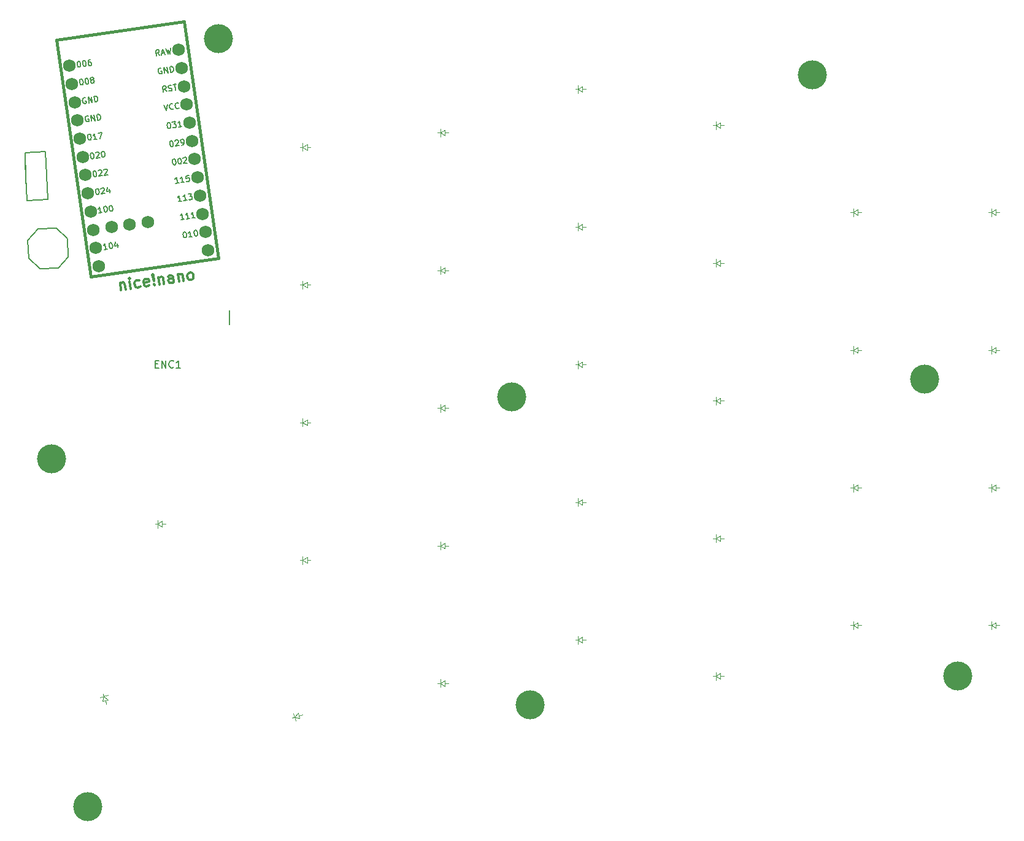
<source format=gbr>
%TF.GenerationSoftware,KiCad,Pcbnew,8.0.8*%
%TF.CreationDate,2025-02-23T20:19:19+00:00*%
%TF.ProjectId,right_final,72696768-745f-4666-996e-616c2e6b6963,v1.0.0*%
%TF.SameCoordinates,Original*%
%TF.FileFunction,Legend,Top*%
%TF.FilePolarity,Positive*%
%FSLAX46Y46*%
G04 Gerber Fmt 4.6, Leading zero omitted, Abs format (unit mm)*
G04 Created by KiCad (PCBNEW 8.0.8) date 2025-02-23 20:19:19*
%MOMM*%
%LPD*%
G01*
G04 APERTURE LIST*
%ADD10C,0.150000*%
%ADD11C,0.300000*%
%ADD12C,0.381000*%
%ADD13C,0.200000*%
%ADD14C,0.100000*%
%ADD15C,1.752600*%
%ADD16C,4.000000*%
G04 APERTURE END LIST*
D10*
X154637741Y-103115946D02*
X154318874Y-102777478D01*
X154185386Y-103181937D02*
X154069901Y-102390316D01*
X154069901Y-102390316D02*
X154371471Y-102346322D01*
X154371471Y-102346322D02*
X154452363Y-102373020D01*
X154452363Y-102373020D02*
X154495558Y-102405217D01*
X154495558Y-102405217D02*
X154544253Y-102475110D01*
X154544253Y-102475110D02*
X154560751Y-102588199D01*
X154560751Y-102588199D02*
X154534053Y-102669090D01*
X154534053Y-102669090D02*
X154501856Y-102712286D01*
X154501856Y-102712286D02*
X154431963Y-102760981D01*
X154431963Y-102760981D02*
X154130393Y-102804975D01*
X154906315Y-102845774D02*
X155283277Y-102790781D01*
X154863918Y-103082950D02*
X155012307Y-102252834D01*
X155012307Y-102252834D02*
X155391665Y-103005960D01*
X155464661Y-102186843D02*
X155768627Y-102950967D01*
X155768627Y-102950967D02*
X155836923Y-102363527D01*
X155836923Y-102363527D02*
X156070197Y-102906973D01*
X156070197Y-102906973D02*
X156143193Y-102087856D01*
X154819027Y-104886415D02*
X154738136Y-104859717D01*
X154738136Y-104859717D02*
X154625047Y-104876215D01*
X154625047Y-104876215D02*
X154517458Y-104930409D01*
X154517458Y-104930409D02*
X154453064Y-105016800D01*
X154453064Y-105016800D02*
X154426366Y-105097692D01*
X154426366Y-105097692D02*
X154410667Y-105253976D01*
X154410667Y-105253976D02*
X154427165Y-105367065D01*
X154427165Y-105367065D02*
X154486858Y-105512350D01*
X154486858Y-105512350D02*
X154535553Y-105582244D01*
X154535553Y-105582244D02*
X154621944Y-105646637D01*
X154621944Y-105646637D02*
X154740532Y-105667836D01*
X154740532Y-105667836D02*
X154815924Y-105656837D01*
X154815924Y-105656837D02*
X154923514Y-105602643D01*
X154923514Y-105602643D02*
X154955711Y-105559448D01*
X154955711Y-105559448D02*
X154917216Y-105295574D01*
X154917216Y-105295574D02*
X154766431Y-105317571D01*
X155305975Y-105585347D02*
X155190490Y-104793726D01*
X155190490Y-104793726D02*
X155758330Y-105519355D01*
X155758330Y-105519355D02*
X155642845Y-104727735D01*
X156135292Y-105464362D02*
X156019807Y-104672742D01*
X156019807Y-104672742D02*
X156208288Y-104645245D01*
X156208288Y-104645245D02*
X156326876Y-104666444D01*
X156326876Y-104666444D02*
X156413267Y-104730838D01*
X156413267Y-104730838D02*
X156461962Y-104800731D01*
X156461962Y-104800731D02*
X156521655Y-104946016D01*
X156521655Y-104946016D02*
X156538153Y-105059105D01*
X156538153Y-105059105D02*
X156522454Y-105215389D01*
X156522454Y-105215389D02*
X156495756Y-105296281D01*
X156495756Y-105296281D02*
X156431362Y-105382672D01*
X156431362Y-105382672D02*
X156323773Y-105436866D01*
X156323773Y-105436866D02*
X156135292Y-105464362D01*
X155597247Y-108109741D02*
X155278380Y-107771273D01*
X155144892Y-108175732D02*
X155029407Y-107384111D01*
X155029407Y-107384111D02*
X155330977Y-107340117D01*
X155330977Y-107340117D02*
X155411869Y-107366815D01*
X155411869Y-107366815D02*
X155455064Y-107399012D01*
X155455064Y-107399012D02*
X155503759Y-107468905D01*
X155503759Y-107468905D02*
X155520257Y-107581994D01*
X155520257Y-107581994D02*
X155493559Y-107662885D01*
X155493559Y-107662885D02*
X155461362Y-107706081D01*
X155461362Y-107706081D02*
X155391469Y-107754776D01*
X155391469Y-107754776D02*
X155089899Y-107798770D01*
X155893317Y-108028050D02*
X156011905Y-108049249D01*
X156011905Y-108049249D02*
X156200386Y-108021752D01*
X156200386Y-108021752D02*
X156270279Y-107973057D01*
X156270279Y-107973057D02*
X156302476Y-107929862D01*
X156302476Y-107929862D02*
X156329174Y-107848970D01*
X156329174Y-107848970D02*
X156318176Y-107773578D01*
X156318176Y-107773578D02*
X156269481Y-107703685D01*
X156269481Y-107703685D02*
X156226285Y-107671488D01*
X156226285Y-107671488D02*
X156145394Y-107644790D01*
X156145394Y-107644790D02*
X155989109Y-107629091D01*
X155989109Y-107629091D02*
X155908218Y-107602393D01*
X155908218Y-107602393D02*
X155865022Y-107570196D01*
X155865022Y-107570196D02*
X155816327Y-107500303D01*
X155816327Y-107500303D02*
X155805329Y-107424911D01*
X155805329Y-107424911D02*
X155832026Y-107344019D01*
X155832026Y-107344019D02*
X155864223Y-107300823D01*
X155864223Y-107300823D02*
X155934116Y-107252129D01*
X155934116Y-107252129D02*
X156122598Y-107224632D01*
X156122598Y-107224632D02*
X156241186Y-107245831D01*
X156461864Y-107175139D02*
X156914218Y-107109147D01*
X156803526Y-107933764D02*
X156688041Y-107142143D01*
X155176162Y-109929588D02*
X155555521Y-110682714D01*
X155555521Y-110682714D02*
X155703909Y-109852598D01*
X156524623Y-110464340D02*
X156492427Y-110507536D01*
X156492427Y-110507536D02*
X156384837Y-110561730D01*
X156384837Y-110561730D02*
X156309445Y-110572728D01*
X156309445Y-110572728D02*
X156190857Y-110551530D01*
X156190857Y-110551530D02*
X156104466Y-110487136D01*
X156104466Y-110487136D02*
X156055771Y-110417243D01*
X156055771Y-110417243D02*
X155996078Y-110271957D01*
X155996078Y-110271957D02*
X155979580Y-110158869D01*
X155979580Y-110158869D02*
X155995279Y-110002584D01*
X155995279Y-110002584D02*
X156021976Y-109921693D01*
X156021976Y-109921693D02*
X156086370Y-109835302D01*
X156086370Y-109835302D02*
X156193960Y-109781108D01*
X156193960Y-109781108D02*
X156269352Y-109770109D01*
X156269352Y-109770109D02*
X156387940Y-109791307D01*
X156387940Y-109791307D02*
X156431136Y-109823504D01*
X157316244Y-110348855D02*
X157284047Y-110392051D01*
X157284047Y-110392051D02*
X157176458Y-110446245D01*
X157176458Y-110446245D02*
X157101065Y-110457243D01*
X157101065Y-110457243D02*
X156982477Y-110436045D01*
X156982477Y-110436045D02*
X156896086Y-110371651D01*
X156896086Y-110371651D02*
X156847392Y-110301758D01*
X156847392Y-110301758D02*
X156787698Y-110156472D01*
X156787698Y-110156472D02*
X156771200Y-110043384D01*
X156771200Y-110043384D02*
X156786899Y-109887099D01*
X156786899Y-109887099D02*
X156813597Y-109806208D01*
X156813597Y-109806208D02*
X156877991Y-109719817D01*
X156877991Y-109719817D02*
X156985580Y-109665623D01*
X156985580Y-109665623D02*
X157060973Y-109654624D01*
X157060973Y-109654624D02*
X157179561Y-109675822D01*
X157179561Y-109675822D02*
X157222756Y-109708019D01*
X155806701Y-112404489D02*
X155882093Y-112393491D01*
X155882093Y-112393491D02*
X155962985Y-112420188D01*
X155962985Y-112420188D02*
X156006180Y-112452385D01*
X156006180Y-112452385D02*
X156054875Y-112522278D01*
X156054875Y-112522278D02*
X156114568Y-112667564D01*
X156114568Y-112667564D02*
X156142065Y-112856045D01*
X156142065Y-112856045D02*
X156126366Y-113012329D01*
X156126366Y-113012329D02*
X156099668Y-113093221D01*
X156099668Y-113093221D02*
X156067471Y-113136417D01*
X156067471Y-113136417D02*
X155997578Y-113185111D01*
X155997578Y-113185111D02*
X155922186Y-113196110D01*
X155922186Y-113196110D02*
X155841294Y-113169412D01*
X155841294Y-113169412D02*
X155798098Y-113137215D01*
X155798098Y-113137215D02*
X155749404Y-113067322D01*
X155749404Y-113067322D02*
X155689710Y-112922037D01*
X155689710Y-112922037D02*
X155662214Y-112733555D01*
X155662214Y-112733555D02*
X155677913Y-112577271D01*
X155677913Y-112577271D02*
X155704611Y-112496380D01*
X155704611Y-112496380D02*
X155736807Y-112453184D01*
X155736807Y-112453184D02*
X155806701Y-112404489D01*
X156334448Y-112327499D02*
X156824499Y-112256009D01*
X156824499Y-112256009D02*
X156604620Y-112596073D01*
X156604620Y-112596073D02*
X156717708Y-112579575D01*
X156717708Y-112579575D02*
X156798600Y-112606273D01*
X156798600Y-112606273D02*
X156841795Y-112638470D01*
X156841795Y-112638470D02*
X156890490Y-112708363D01*
X156890490Y-112708363D02*
X156917987Y-112896844D01*
X156917987Y-112896844D02*
X156891289Y-112977736D01*
X156891289Y-112977736D02*
X156859092Y-113020932D01*
X156859092Y-113020932D02*
X156789199Y-113069626D01*
X156789199Y-113069626D02*
X156563022Y-113102622D01*
X156563022Y-113102622D02*
X156482130Y-113075924D01*
X156482130Y-113075924D02*
X156438934Y-113043727D01*
X157693908Y-112937644D02*
X157241554Y-113003635D01*
X157467731Y-112970639D02*
X157352246Y-112179019D01*
X157352246Y-112179019D02*
X157293352Y-112303106D01*
X157293352Y-112303106D02*
X157228958Y-112389497D01*
X157228958Y-112389497D02*
X157159065Y-112438192D01*
X156173366Y-114917884D02*
X156248758Y-114906886D01*
X156248758Y-114906886D02*
X156329650Y-114933583D01*
X156329650Y-114933583D02*
X156372845Y-114965780D01*
X156372845Y-114965780D02*
X156421540Y-115035673D01*
X156421540Y-115035673D02*
X156481233Y-115180959D01*
X156481233Y-115180959D02*
X156508730Y-115369440D01*
X156508730Y-115369440D02*
X156493031Y-115525724D01*
X156493031Y-115525724D02*
X156466333Y-115606616D01*
X156466333Y-115606616D02*
X156434136Y-115649812D01*
X156434136Y-115649812D02*
X156364243Y-115698506D01*
X156364243Y-115698506D02*
X156288851Y-115709505D01*
X156288851Y-115709505D02*
X156207959Y-115682807D01*
X156207959Y-115682807D02*
X156164763Y-115650610D01*
X156164763Y-115650610D02*
X156116069Y-115580717D01*
X156116069Y-115580717D02*
X156056375Y-115435432D01*
X156056375Y-115435432D02*
X156028879Y-115246950D01*
X156028879Y-115246950D02*
X156044578Y-115090666D01*
X156044578Y-115090666D02*
X156071276Y-115009775D01*
X156071276Y-115009775D02*
X156103472Y-114966579D01*
X156103472Y-114966579D02*
X156173366Y-114917884D01*
X156749808Y-114910787D02*
X156782005Y-114867592D01*
X156782005Y-114867592D02*
X156851898Y-114818897D01*
X156851898Y-114818897D02*
X157040379Y-114791401D01*
X157040379Y-114791401D02*
X157121271Y-114818098D01*
X157121271Y-114818098D02*
X157164466Y-114850295D01*
X157164466Y-114850295D02*
X157213161Y-114920188D01*
X157213161Y-114920188D02*
X157224160Y-114995581D01*
X157224160Y-114995581D02*
X157202961Y-115114169D01*
X157202961Y-115114169D02*
X156816598Y-115632515D01*
X156816598Y-115632515D02*
X157306649Y-115561024D01*
X157683611Y-115506031D02*
X157834396Y-115484034D01*
X157834396Y-115484034D02*
X157904289Y-115435339D01*
X157904289Y-115435339D02*
X157936486Y-115392144D01*
X157936486Y-115392144D02*
X157995381Y-115268057D01*
X157995381Y-115268057D02*
X158011080Y-115111773D01*
X158011080Y-115111773D02*
X157967086Y-114810203D01*
X157967086Y-114810203D02*
X157918391Y-114740310D01*
X157918391Y-114740310D02*
X157875195Y-114708113D01*
X157875195Y-114708113D02*
X157794304Y-114681415D01*
X157794304Y-114681415D02*
X157643519Y-114703412D01*
X157643519Y-114703412D02*
X157573626Y-114752107D01*
X157573626Y-114752107D02*
X157541429Y-114795302D01*
X157541429Y-114795302D02*
X157514731Y-114876194D01*
X157514731Y-114876194D02*
X157542227Y-115064675D01*
X157542227Y-115064675D02*
X157590922Y-115134568D01*
X157590922Y-115134568D02*
X157634118Y-115166765D01*
X157634118Y-115166765D02*
X157715009Y-115193463D01*
X157715009Y-115193463D02*
X157865794Y-115171466D01*
X157865794Y-115171466D02*
X157935687Y-115122771D01*
X157935687Y-115122771D02*
X157967884Y-115079576D01*
X157967884Y-115079576D02*
X157994582Y-114998684D01*
X156540031Y-117431280D02*
X156615423Y-117420282D01*
X156615423Y-117420282D02*
X156696315Y-117446979D01*
X156696315Y-117446979D02*
X156739510Y-117479176D01*
X156739510Y-117479176D02*
X156788205Y-117549069D01*
X156788205Y-117549069D02*
X156847898Y-117694355D01*
X156847898Y-117694355D02*
X156875395Y-117882836D01*
X156875395Y-117882836D02*
X156859696Y-118039120D01*
X156859696Y-118039120D02*
X156832998Y-118120012D01*
X156832998Y-118120012D02*
X156800801Y-118163208D01*
X156800801Y-118163208D02*
X156730908Y-118211902D01*
X156730908Y-118211902D02*
X156655516Y-118222901D01*
X156655516Y-118222901D02*
X156574624Y-118196203D01*
X156574624Y-118196203D02*
X156531428Y-118164006D01*
X156531428Y-118164006D02*
X156482734Y-118094113D01*
X156482734Y-118094113D02*
X156423040Y-117948828D01*
X156423040Y-117948828D02*
X156395544Y-117760346D01*
X156395544Y-117760346D02*
X156411243Y-117604062D01*
X156411243Y-117604062D02*
X156437941Y-117523171D01*
X156437941Y-117523171D02*
X156470137Y-117479975D01*
X156470137Y-117479975D02*
X156540031Y-117431280D01*
X157293955Y-117321295D02*
X157369348Y-117310296D01*
X157369348Y-117310296D02*
X157450239Y-117336994D01*
X157450239Y-117336994D02*
X157493435Y-117369191D01*
X157493435Y-117369191D02*
X157542130Y-117439084D01*
X157542130Y-117439084D02*
X157601823Y-117584369D01*
X157601823Y-117584369D02*
X157629319Y-117772850D01*
X157629319Y-117772850D02*
X157613620Y-117929135D01*
X157613620Y-117929135D02*
X157586923Y-118010026D01*
X157586923Y-118010026D02*
X157554726Y-118053222D01*
X157554726Y-118053222D02*
X157484833Y-118101917D01*
X157484833Y-118101917D02*
X157409440Y-118112915D01*
X157409440Y-118112915D02*
X157328548Y-118086218D01*
X157328548Y-118086218D02*
X157285353Y-118054021D01*
X157285353Y-118054021D02*
X157236658Y-117984127D01*
X157236658Y-117984127D02*
X157176965Y-117838842D01*
X157176965Y-117838842D02*
X157149468Y-117650361D01*
X157149468Y-117650361D02*
X157165168Y-117494077D01*
X157165168Y-117494077D02*
X157191865Y-117413185D01*
X157191865Y-117413185D02*
X157224062Y-117369989D01*
X157224062Y-117369989D02*
X157293955Y-117321295D01*
X157870397Y-117314198D02*
X157902594Y-117271002D01*
X157902594Y-117271002D02*
X157972487Y-117222307D01*
X157972487Y-117222307D02*
X158160969Y-117194811D01*
X158160969Y-117194811D02*
X158241860Y-117221509D01*
X158241860Y-117221509D02*
X158285056Y-117253706D01*
X158285056Y-117253706D02*
X158333751Y-117323599D01*
X158333751Y-117323599D02*
X158344749Y-117398991D01*
X158344749Y-117398991D02*
X158323551Y-117517579D01*
X158323551Y-117517579D02*
X157937188Y-118035925D01*
X157937188Y-118035925D02*
X158427238Y-117964435D01*
X157286053Y-120697801D02*
X156833698Y-120763792D01*
X157059876Y-120730797D02*
X156944391Y-119939176D01*
X156944391Y-119939176D02*
X156885496Y-120063263D01*
X156885496Y-120063263D02*
X156821102Y-120149654D01*
X156821102Y-120149654D02*
X156751209Y-120198349D01*
X158039978Y-120587815D02*
X157587623Y-120653807D01*
X157813800Y-120620811D02*
X157698315Y-119829190D01*
X157698315Y-119829190D02*
X157639421Y-119953278D01*
X157639421Y-119953278D02*
X157575027Y-120039669D01*
X157575027Y-120039669D02*
X157505134Y-120088363D01*
X158640721Y-119691708D02*
X158263759Y-119746701D01*
X158263759Y-119746701D02*
X158281056Y-120129162D01*
X158281056Y-120129162D02*
X158313253Y-120085967D01*
X158313253Y-120085967D02*
X158383146Y-120037272D01*
X158383146Y-120037272D02*
X158571627Y-120009776D01*
X158571627Y-120009776D02*
X158652519Y-120036473D01*
X158652519Y-120036473D02*
X158695714Y-120068670D01*
X158695714Y-120068670D02*
X158744409Y-120138564D01*
X158744409Y-120138564D02*
X158771905Y-120327045D01*
X158771905Y-120327045D02*
X158745208Y-120407936D01*
X158745208Y-120407936D02*
X158713011Y-120451132D01*
X158713011Y-120451132D02*
X158643118Y-120499827D01*
X158643118Y-120499827D02*
X158454636Y-120527323D01*
X158454636Y-120527323D02*
X158373745Y-120500625D01*
X158373745Y-120500625D02*
X158330549Y-120468428D01*
X157652718Y-123211197D02*
X157200363Y-123277188D01*
X157426541Y-123244193D02*
X157311056Y-122452572D01*
X157311056Y-122452572D02*
X157252161Y-122576659D01*
X157252161Y-122576659D02*
X157187767Y-122663050D01*
X157187767Y-122663050D02*
X157117874Y-122711745D01*
X158406643Y-123101211D02*
X157954288Y-123167203D01*
X158180465Y-123134207D02*
X158064980Y-122342586D01*
X158064980Y-122342586D02*
X158006086Y-122466674D01*
X158006086Y-122466674D02*
X157941692Y-122553065D01*
X157941692Y-122553065D02*
X157871799Y-122601759D01*
X158555032Y-122271096D02*
X159045082Y-122199605D01*
X159045082Y-122199605D02*
X158825203Y-122539670D01*
X158825203Y-122539670D02*
X158938292Y-122523172D01*
X158938292Y-122523172D02*
X159019184Y-122549869D01*
X159019184Y-122549869D02*
X159062379Y-122582066D01*
X159062379Y-122582066D02*
X159111074Y-122651960D01*
X159111074Y-122651960D02*
X159138570Y-122840441D01*
X159138570Y-122840441D02*
X159111873Y-122921332D01*
X159111873Y-122921332D02*
X159079676Y-122964528D01*
X159079676Y-122964528D02*
X159009783Y-123013223D01*
X159009783Y-123013223D02*
X158783605Y-123046218D01*
X158783605Y-123046218D02*
X158702713Y-123019521D01*
X158702713Y-123019521D02*
X158659518Y-122987324D01*
X158019383Y-125724592D02*
X157567028Y-125790583D01*
X157793206Y-125757588D02*
X157677721Y-124965967D01*
X157677721Y-124965967D02*
X157618826Y-125090054D01*
X157618826Y-125090054D02*
X157554432Y-125176445D01*
X157554432Y-125176445D02*
X157484539Y-125225140D01*
X158773308Y-125614606D02*
X158320953Y-125680598D01*
X158547130Y-125647602D02*
X158431645Y-124855981D01*
X158431645Y-124855981D02*
X158372751Y-124980069D01*
X158372751Y-124980069D02*
X158308357Y-125066460D01*
X158308357Y-125066460D02*
X158238464Y-125115154D01*
X159527232Y-125504621D02*
X159074878Y-125570612D01*
X159301055Y-125537616D02*
X159185570Y-124745996D01*
X159185570Y-124745996D02*
X159126676Y-124870083D01*
X159126676Y-124870083D02*
X159062282Y-124956474D01*
X159062282Y-124956474D02*
X158992389Y-125005169D01*
X158006690Y-127484862D02*
X158082082Y-127473864D01*
X158082082Y-127473864D02*
X158162974Y-127500561D01*
X158162974Y-127500561D02*
X158206169Y-127532758D01*
X158206169Y-127532758D02*
X158254864Y-127602651D01*
X158254864Y-127602651D02*
X158314557Y-127747937D01*
X158314557Y-127747937D02*
X158342054Y-127936418D01*
X158342054Y-127936418D02*
X158326355Y-128092702D01*
X158326355Y-128092702D02*
X158299657Y-128173594D01*
X158299657Y-128173594D02*
X158267460Y-128216790D01*
X158267460Y-128216790D02*
X158197567Y-128265484D01*
X158197567Y-128265484D02*
X158122175Y-128276483D01*
X158122175Y-128276483D02*
X158041283Y-128249785D01*
X158041283Y-128249785D02*
X157998087Y-128217588D01*
X157998087Y-128217588D02*
X157949393Y-128147695D01*
X157949393Y-128147695D02*
X157889699Y-128002410D01*
X157889699Y-128002410D02*
X157862203Y-127813928D01*
X157862203Y-127813928D02*
X157877902Y-127657644D01*
X157877902Y-127657644D02*
X157904600Y-127576753D01*
X157904600Y-127576753D02*
X157936796Y-127533557D01*
X157936796Y-127533557D02*
X158006690Y-127484862D01*
X159139973Y-128128002D02*
X158687618Y-128193994D01*
X158913795Y-128160998D02*
X158798310Y-127369377D01*
X158798310Y-127369377D02*
X158739416Y-127493465D01*
X158739416Y-127493465D02*
X158675022Y-127579856D01*
X158675022Y-127579856D02*
X158605129Y-127628550D01*
X159514539Y-127264891D02*
X159589931Y-127253892D01*
X159589931Y-127253892D02*
X159670823Y-127280590D01*
X159670823Y-127280590D02*
X159714019Y-127312787D01*
X159714019Y-127312787D02*
X159762713Y-127382680D01*
X159762713Y-127382680D02*
X159822407Y-127527966D01*
X159822407Y-127527966D02*
X159849903Y-127716447D01*
X159849903Y-127716447D02*
X159834204Y-127872731D01*
X159834204Y-127872731D02*
X159807506Y-127953623D01*
X159807506Y-127953623D02*
X159775309Y-127996818D01*
X159775309Y-127996818D02*
X159705416Y-128045513D01*
X159705416Y-128045513D02*
X159630024Y-128056511D01*
X159630024Y-128056511D02*
X159549132Y-128029814D01*
X159549132Y-128029814D02*
X159505937Y-127997617D01*
X159505937Y-127997617D02*
X159457242Y-127927724D01*
X159457242Y-127927724D02*
X159397548Y-127782438D01*
X159397548Y-127782438D02*
X159370052Y-127593957D01*
X159370052Y-127593957D02*
X159385751Y-127437673D01*
X159385751Y-127437673D02*
X159412449Y-127356781D01*
X159412449Y-127356781D02*
X159444646Y-127313586D01*
X159444646Y-127313586D02*
X159514539Y-127264891D01*
X143381657Y-103949562D02*
X143457049Y-103938564D01*
X143457049Y-103938564D02*
X143537941Y-103965261D01*
X143537941Y-103965261D02*
X143581136Y-103997458D01*
X143581136Y-103997458D02*
X143629831Y-104067351D01*
X143629831Y-104067351D02*
X143689524Y-104212637D01*
X143689524Y-104212637D02*
X143717021Y-104401118D01*
X143717021Y-104401118D02*
X143701322Y-104557402D01*
X143701322Y-104557402D02*
X143674624Y-104638294D01*
X143674624Y-104638294D02*
X143642427Y-104681490D01*
X143642427Y-104681490D02*
X143572534Y-104730184D01*
X143572534Y-104730184D02*
X143497142Y-104741183D01*
X143497142Y-104741183D02*
X143416250Y-104714485D01*
X143416250Y-104714485D02*
X143373054Y-104682288D01*
X143373054Y-104682288D02*
X143324360Y-104612395D01*
X143324360Y-104612395D02*
X143264666Y-104467110D01*
X143264666Y-104467110D02*
X143237170Y-104278628D01*
X143237170Y-104278628D02*
X143252869Y-104122344D01*
X143252869Y-104122344D02*
X143279567Y-104041453D01*
X143279567Y-104041453D02*
X143311763Y-103998257D01*
X143311763Y-103998257D02*
X143381657Y-103949562D01*
X144135581Y-103839577D02*
X144210974Y-103828578D01*
X144210974Y-103828578D02*
X144291865Y-103855276D01*
X144291865Y-103855276D02*
X144335061Y-103887473D01*
X144335061Y-103887473D02*
X144383756Y-103957366D01*
X144383756Y-103957366D02*
X144443449Y-104102651D01*
X144443449Y-104102651D02*
X144470945Y-104291132D01*
X144470945Y-104291132D02*
X144455246Y-104447417D01*
X144455246Y-104447417D02*
X144428549Y-104528308D01*
X144428549Y-104528308D02*
X144396352Y-104571504D01*
X144396352Y-104571504D02*
X144326459Y-104620199D01*
X144326459Y-104620199D02*
X144251066Y-104631197D01*
X144251066Y-104631197D02*
X144170174Y-104604500D01*
X144170174Y-104604500D02*
X144126979Y-104572303D01*
X144126979Y-104572303D02*
X144078284Y-104502409D01*
X144078284Y-104502409D02*
X144018591Y-104357124D01*
X144018591Y-104357124D02*
X143991094Y-104168643D01*
X143991094Y-104168643D02*
X144006794Y-104012359D01*
X144006794Y-104012359D02*
X144033491Y-103931467D01*
X144033491Y-103931467D02*
X144065688Y-103888271D01*
X144065688Y-103888271D02*
X144135581Y-103839577D01*
X145077987Y-103702094D02*
X144927202Y-103724092D01*
X144927202Y-103724092D02*
X144857309Y-103772786D01*
X144857309Y-103772786D02*
X144825112Y-103815982D01*
X144825112Y-103815982D02*
X144766217Y-103940069D01*
X144766217Y-103940069D02*
X144750518Y-104096353D01*
X144750518Y-104096353D02*
X144794513Y-104397923D01*
X144794513Y-104397923D02*
X144843207Y-104467816D01*
X144843207Y-104467816D02*
X144886403Y-104500013D01*
X144886403Y-104500013D02*
X144967295Y-104526711D01*
X144967295Y-104526711D02*
X145118080Y-104504714D01*
X145118080Y-104504714D02*
X145187973Y-104456019D01*
X145187973Y-104456019D02*
X145220170Y-104412823D01*
X145220170Y-104412823D02*
X145246867Y-104331932D01*
X145246867Y-104331932D02*
X145219371Y-104143451D01*
X145219371Y-104143451D02*
X145170676Y-104073557D01*
X145170676Y-104073557D02*
X145127481Y-104041360D01*
X145127481Y-104041360D02*
X145046589Y-104014663D01*
X145046589Y-104014663D02*
X144895804Y-104036660D01*
X144895804Y-104036660D02*
X144825911Y-104085355D01*
X144825911Y-104085355D02*
X144793714Y-104128550D01*
X144793714Y-104128550D02*
X144767016Y-104209442D01*
X143738216Y-106393691D02*
X143813608Y-106382693D01*
X143813608Y-106382693D02*
X143894500Y-106409390D01*
X143894500Y-106409390D02*
X143937695Y-106441587D01*
X143937695Y-106441587D02*
X143986390Y-106511480D01*
X143986390Y-106511480D02*
X144046083Y-106656766D01*
X144046083Y-106656766D02*
X144073580Y-106845247D01*
X144073580Y-106845247D02*
X144057881Y-107001531D01*
X144057881Y-107001531D02*
X144031183Y-107082423D01*
X144031183Y-107082423D02*
X143998986Y-107125619D01*
X143998986Y-107125619D02*
X143929093Y-107174313D01*
X143929093Y-107174313D02*
X143853701Y-107185312D01*
X143853701Y-107185312D02*
X143772809Y-107158614D01*
X143772809Y-107158614D02*
X143729613Y-107126417D01*
X143729613Y-107126417D02*
X143680919Y-107056524D01*
X143680919Y-107056524D02*
X143621225Y-106911239D01*
X143621225Y-106911239D02*
X143593729Y-106722757D01*
X143593729Y-106722757D02*
X143609428Y-106566473D01*
X143609428Y-106566473D02*
X143636126Y-106485582D01*
X143636126Y-106485582D02*
X143668322Y-106442386D01*
X143668322Y-106442386D02*
X143738216Y-106393691D01*
X144492140Y-106283706D02*
X144567533Y-106272707D01*
X144567533Y-106272707D02*
X144648424Y-106299405D01*
X144648424Y-106299405D02*
X144691620Y-106331602D01*
X144691620Y-106331602D02*
X144740315Y-106401495D01*
X144740315Y-106401495D02*
X144800008Y-106546780D01*
X144800008Y-106546780D02*
X144827504Y-106735261D01*
X144827504Y-106735261D02*
X144811805Y-106891546D01*
X144811805Y-106891546D02*
X144785108Y-106972437D01*
X144785108Y-106972437D02*
X144752911Y-107015633D01*
X144752911Y-107015633D02*
X144683018Y-107064328D01*
X144683018Y-107064328D02*
X144607625Y-107075326D01*
X144607625Y-107075326D02*
X144526733Y-107048629D01*
X144526733Y-107048629D02*
X144483538Y-107016432D01*
X144483538Y-107016432D02*
X144434843Y-106946538D01*
X144434843Y-106946538D02*
X144375150Y-106801253D01*
X144375150Y-106801253D02*
X144347653Y-106612772D01*
X144347653Y-106612772D02*
X144363353Y-106456488D01*
X144363353Y-106456488D02*
X144390050Y-106375596D01*
X144390050Y-106375596D02*
X144422247Y-106332400D01*
X144422247Y-106332400D02*
X144492140Y-106283706D01*
X145257862Y-106518485D02*
X145176971Y-106491787D01*
X145176971Y-106491787D02*
X145133775Y-106459591D01*
X145133775Y-106459591D02*
X145085080Y-106389697D01*
X145085080Y-106389697D02*
X145079581Y-106352001D01*
X145079581Y-106352001D02*
X145106279Y-106271109D01*
X145106279Y-106271109D02*
X145138476Y-106227914D01*
X145138476Y-106227914D02*
X145208369Y-106179219D01*
X145208369Y-106179219D02*
X145359154Y-106157222D01*
X145359154Y-106157222D02*
X145440045Y-106183920D01*
X145440045Y-106183920D02*
X145483241Y-106216117D01*
X145483241Y-106216117D02*
X145531936Y-106286010D01*
X145531936Y-106286010D02*
X145537435Y-106323706D01*
X145537435Y-106323706D02*
X145510737Y-106404598D01*
X145510737Y-106404598D02*
X145478540Y-106447793D01*
X145478540Y-106447793D02*
X145408647Y-106496488D01*
X145408647Y-106496488D02*
X145257862Y-106518485D01*
X145257862Y-106518485D02*
X145187969Y-106567180D01*
X145187969Y-106567180D02*
X145155772Y-106610375D01*
X145155772Y-106610375D02*
X145129074Y-106691267D01*
X145129074Y-106691267D02*
X145151072Y-106842052D01*
X145151072Y-106842052D02*
X145199766Y-106911945D01*
X145199766Y-106911945D02*
X145242962Y-106944142D01*
X145242962Y-106944142D02*
X145323854Y-106970840D01*
X145323854Y-106970840D02*
X145474639Y-106948843D01*
X145474639Y-106948843D02*
X145544532Y-106900148D01*
X145544532Y-106900148D02*
X145576729Y-106856952D01*
X145576729Y-106856952D02*
X145603426Y-106776061D01*
X145603426Y-106776061D02*
X145581429Y-106625276D01*
X145581429Y-106625276D02*
X145532734Y-106555383D01*
X145532734Y-106555383D02*
X145489539Y-106523186D01*
X145489539Y-106523186D02*
X145408647Y-106496488D01*
X144384358Y-108975555D02*
X144303467Y-108948857D01*
X144303467Y-108948857D02*
X144190378Y-108965355D01*
X144190378Y-108965355D02*
X144082789Y-109019549D01*
X144082789Y-109019549D02*
X144018395Y-109105940D01*
X144018395Y-109105940D02*
X143991697Y-109186832D01*
X143991697Y-109186832D02*
X143975998Y-109343116D01*
X143975998Y-109343116D02*
X143992496Y-109456205D01*
X143992496Y-109456205D02*
X144052189Y-109601490D01*
X144052189Y-109601490D02*
X144100884Y-109671384D01*
X144100884Y-109671384D02*
X144187275Y-109735777D01*
X144187275Y-109735777D02*
X144305863Y-109756976D01*
X144305863Y-109756976D02*
X144381255Y-109745977D01*
X144381255Y-109745977D02*
X144488845Y-109691783D01*
X144488845Y-109691783D02*
X144521042Y-109648588D01*
X144521042Y-109648588D02*
X144482547Y-109384714D01*
X144482547Y-109384714D02*
X144331762Y-109406711D01*
X144871306Y-109674487D02*
X144755821Y-108882866D01*
X144755821Y-108882866D02*
X145323661Y-109608495D01*
X145323661Y-109608495D02*
X145208176Y-108816875D01*
X145700623Y-109553502D02*
X145585138Y-108761882D01*
X145585138Y-108761882D02*
X145773619Y-108734385D01*
X145773619Y-108734385D02*
X145892207Y-108755584D01*
X145892207Y-108755584D02*
X145978598Y-108819978D01*
X145978598Y-108819978D02*
X146027293Y-108889871D01*
X146027293Y-108889871D02*
X146086986Y-109035156D01*
X146086986Y-109035156D02*
X146103484Y-109148245D01*
X146103484Y-109148245D02*
X146087785Y-109304529D01*
X146087785Y-109304529D02*
X146061087Y-109385421D01*
X146061087Y-109385421D02*
X145996693Y-109471812D01*
X145996693Y-109471812D02*
X145889104Y-109526006D01*
X145889104Y-109526006D02*
X145700623Y-109553502D01*
X144751023Y-111488950D02*
X144670132Y-111462252D01*
X144670132Y-111462252D02*
X144557043Y-111478750D01*
X144557043Y-111478750D02*
X144449454Y-111532944D01*
X144449454Y-111532944D02*
X144385060Y-111619335D01*
X144385060Y-111619335D02*
X144358362Y-111700227D01*
X144358362Y-111700227D02*
X144342663Y-111856511D01*
X144342663Y-111856511D02*
X144359161Y-111969600D01*
X144359161Y-111969600D02*
X144418854Y-112114885D01*
X144418854Y-112114885D02*
X144467549Y-112184779D01*
X144467549Y-112184779D02*
X144553940Y-112249172D01*
X144553940Y-112249172D02*
X144672528Y-112270371D01*
X144672528Y-112270371D02*
X144747920Y-112259372D01*
X144747920Y-112259372D02*
X144855510Y-112205178D01*
X144855510Y-112205178D02*
X144887707Y-112161983D01*
X144887707Y-112161983D02*
X144849212Y-111898109D01*
X144849212Y-111898109D02*
X144698427Y-111920106D01*
X145237971Y-112187882D02*
X145122486Y-111396261D01*
X145122486Y-111396261D02*
X145690326Y-112121890D01*
X145690326Y-112121890D02*
X145574841Y-111330270D01*
X146067288Y-112066897D02*
X145951803Y-111275277D01*
X145951803Y-111275277D02*
X146140284Y-111247780D01*
X146140284Y-111247780D02*
X146258872Y-111268979D01*
X146258872Y-111268979D02*
X146345263Y-111333373D01*
X146345263Y-111333373D02*
X146393958Y-111403266D01*
X146393958Y-111403266D02*
X146453651Y-111548551D01*
X146453651Y-111548551D02*
X146470149Y-111661640D01*
X146470149Y-111661640D02*
X146454450Y-111817924D01*
X146454450Y-111817924D02*
X146427752Y-111898816D01*
X146427752Y-111898816D02*
X146363358Y-111985207D01*
X146363358Y-111985207D02*
X146255769Y-112039401D01*
X146255769Y-112039401D02*
X146067288Y-112066897D01*
X144849759Y-114013040D02*
X144925151Y-114002042D01*
X144925151Y-114002042D02*
X145006043Y-114028739D01*
X145006043Y-114028739D02*
X145049238Y-114060936D01*
X145049238Y-114060936D02*
X145097933Y-114130829D01*
X145097933Y-114130829D02*
X145157626Y-114276115D01*
X145157626Y-114276115D02*
X145185123Y-114464596D01*
X145185123Y-114464596D02*
X145169424Y-114620880D01*
X145169424Y-114620880D02*
X145142726Y-114701772D01*
X145142726Y-114701772D02*
X145110529Y-114744968D01*
X145110529Y-114744968D02*
X145040636Y-114793662D01*
X145040636Y-114793662D02*
X144965244Y-114804661D01*
X144965244Y-114804661D02*
X144884352Y-114777963D01*
X144884352Y-114777963D02*
X144841156Y-114745766D01*
X144841156Y-114745766D02*
X144792462Y-114675873D01*
X144792462Y-114675873D02*
X144732768Y-114530588D01*
X144732768Y-114530588D02*
X144705272Y-114342106D01*
X144705272Y-114342106D02*
X144720971Y-114185822D01*
X144720971Y-114185822D02*
X144747669Y-114104931D01*
X144747669Y-114104931D02*
X144779865Y-114061735D01*
X144779865Y-114061735D02*
X144849759Y-114013040D01*
X145983042Y-114656180D02*
X145530687Y-114722172D01*
X145756864Y-114689176D02*
X145641379Y-113897555D01*
X145641379Y-113897555D02*
X145582485Y-114021643D01*
X145582485Y-114021643D02*
X145518091Y-114108034D01*
X145518091Y-114108034D02*
X145448198Y-114156728D01*
X146131431Y-113826065D02*
X146659178Y-113749075D01*
X146659178Y-113749075D02*
X146435397Y-114590189D01*
X145225085Y-116585807D02*
X145300477Y-116574809D01*
X145300477Y-116574809D02*
X145381369Y-116601506D01*
X145381369Y-116601506D02*
X145424564Y-116633703D01*
X145424564Y-116633703D02*
X145473259Y-116703596D01*
X145473259Y-116703596D02*
X145532952Y-116848882D01*
X145532952Y-116848882D02*
X145560449Y-117037363D01*
X145560449Y-117037363D02*
X145544750Y-117193647D01*
X145544750Y-117193647D02*
X145518052Y-117274539D01*
X145518052Y-117274539D02*
X145485855Y-117317735D01*
X145485855Y-117317735D02*
X145415962Y-117366429D01*
X145415962Y-117366429D02*
X145340570Y-117377428D01*
X145340570Y-117377428D02*
X145259678Y-117350730D01*
X145259678Y-117350730D02*
X145216482Y-117318533D01*
X145216482Y-117318533D02*
X145167788Y-117248640D01*
X145167788Y-117248640D02*
X145108094Y-117103355D01*
X145108094Y-117103355D02*
X145080598Y-116914873D01*
X145080598Y-116914873D02*
X145096297Y-116758589D01*
X145096297Y-116758589D02*
X145122995Y-116677698D01*
X145122995Y-116677698D02*
X145155191Y-116634502D01*
X145155191Y-116634502D02*
X145225085Y-116585807D01*
X145801527Y-116578710D02*
X145833724Y-116535515D01*
X145833724Y-116535515D02*
X145903617Y-116486820D01*
X145903617Y-116486820D02*
X146092098Y-116459324D01*
X146092098Y-116459324D02*
X146172990Y-116486021D01*
X146172990Y-116486021D02*
X146216185Y-116518218D01*
X146216185Y-116518218D02*
X146264880Y-116588111D01*
X146264880Y-116588111D02*
X146275879Y-116663504D01*
X146275879Y-116663504D02*
X146254680Y-116782092D01*
X146254680Y-116782092D02*
X145868317Y-117300438D01*
X145868317Y-117300438D02*
X146358368Y-117228947D01*
X146732934Y-116365836D02*
X146808326Y-116354837D01*
X146808326Y-116354837D02*
X146889218Y-116381535D01*
X146889218Y-116381535D02*
X146932414Y-116413732D01*
X146932414Y-116413732D02*
X146981108Y-116483625D01*
X146981108Y-116483625D02*
X147040802Y-116628911D01*
X147040802Y-116628911D02*
X147068298Y-116817392D01*
X147068298Y-116817392D02*
X147052599Y-116973676D01*
X147052599Y-116973676D02*
X147025901Y-117054568D01*
X147025901Y-117054568D02*
X146993704Y-117097763D01*
X146993704Y-117097763D02*
X146923811Y-117146458D01*
X146923811Y-117146458D02*
X146848419Y-117157456D01*
X146848419Y-117157456D02*
X146767527Y-117130759D01*
X146767527Y-117130759D02*
X146724332Y-117098562D01*
X146724332Y-117098562D02*
X146675637Y-117028669D01*
X146675637Y-117028669D02*
X146615943Y-116883383D01*
X146615943Y-116883383D02*
X146588447Y-116694902D01*
X146588447Y-116694902D02*
X146604146Y-116538618D01*
X146604146Y-116538618D02*
X146630844Y-116457726D01*
X146630844Y-116457726D02*
X146663041Y-116414531D01*
X146663041Y-116414531D02*
X146732934Y-116365836D01*
X145585976Y-119059621D02*
X145661368Y-119048623D01*
X145661368Y-119048623D02*
X145742260Y-119075320D01*
X145742260Y-119075320D02*
X145785455Y-119107517D01*
X145785455Y-119107517D02*
X145834150Y-119177410D01*
X145834150Y-119177410D02*
X145893843Y-119322696D01*
X145893843Y-119322696D02*
X145921340Y-119511177D01*
X145921340Y-119511177D02*
X145905641Y-119667461D01*
X145905641Y-119667461D02*
X145878943Y-119748353D01*
X145878943Y-119748353D02*
X145846746Y-119791549D01*
X145846746Y-119791549D02*
X145776853Y-119840243D01*
X145776853Y-119840243D02*
X145701461Y-119851242D01*
X145701461Y-119851242D02*
X145620569Y-119824544D01*
X145620569Y-119824544D02*
X145577373Y-119792347D01*
X145577373Y-119792347D02*
X145528679Y-119722454D01*
X145528679Y-119722454D02*
X145468985Y-119577169D01*
X145468985Y-119577169D02*
X145441489Y-119388687D01*
X145441489Y-119388687D02*
X145457188Y-119232403D01*
X145457188Y-119232403D02*
X145483886Y-119151512D01*
X145483886Y-119151512D02*
X145516082Y-119108316D01*
X145516082Y-119108316D02*
X145585976Y-119059621D01*
X146162418Y-119052524D02*
X146194615Y-119009329D01*
X146194615Y-119009329D02*
X146264508Y-118960634D01*
X146264508Y-118960634D02*
X146452989Y-118933138D01*
X146452989Y-118933138D02*
X146533881Y-118959835D01*
X146533881Y-118959835D02*
X146577076Y-118992032D01*
X146577076Y-118992032D02*
X146625771Y-119061925D01*
X146625771Y-119061925D02*
X146636770Y-119137318D01*
X146636770Y-119137318D02*
X146615571Y-119255906D01*
X146615571Y-119255906D02*
X146229208Y-119774252D01*
X146229208Y-119774252D02*
X146719259Y-119702761D01*
X146916342Y-118942539D02*
X146948539Y-118899343D01*
X146948539Y-118899343D02*
X147018432Y-118850648D01*
X147018432Y-118850648D02*
X147206914Y-118823152D01*
X147206914Y-118823152D02*
X147287805Y-118849850D01*
X147287805Y-118849850D02*
X147331001Y-118882047D01*
X147331001Y-118882047D02*
X147379696Y-118951940D01*
X147379696Y-118951940D02*
X147390694Y-119027332D01*
X147390694Y-119027332D02*
X147369496Y-119145920D01*
X147369496Y-119145920D02*
X146983133Y-119664266D01*
X146983133Y-119664266D02*
X147473183Y-119592776D01*
X145948310Y-121543331D02*
X146023702Y-121532333D01*
X146023702Y-121532333D02*
X146104594Y-121559030D01*
X146104594Y-121559030D02*
X146147789Y-121591227D01*
X146147789Y-121591227D02*
X146196484Y-121661120D01*
X146196484Y-121661120D02*
X146256177Y-121806406D01*
X146256177Y-121806406D02*
X146283674Y-121994887D01*
X146283674Y-121994887D02*
X146267975Y-122151171D01*
X146267975Y-122151171D02*
X146241277Y-122232063D01*
X146241277Y-122232063D02*
X146209080Y-122275259D01*
X146209080Y-122275259D02*
X146139187Y-122323953D01*
X146139187Y-122323953D02*
X146063795Y-122334952D01*
X146063795Y-122334952D02*
X145982903Y-122308254D01*
X145982903Y-122308254D02*
X145939707Y-122276057D01*
X145939707Y-122276057D02*
X145891013Y-122206164D01*
X145891013Y-122206164D02*
X145831319Y-122060879D01*
X145831319Y-122060879D02*
X145803823Y-121872397D01*
X145803823Y-121872397D02*
X145819522Y-121716113D01*
X145819522Y-121716113D02*
X145846220Y-121635222D01*
X145846220Y-121635222D02*
X145878416Y-121592026D01*
X145878416Y-121592026D02*
X145948310Y-121543331D01*
X146524752Y-121536234D02*
X146556949Y-121493039D01*
X146556949Y-121493039D02*
X146626842Y-121444344D01*
X146626842Y-121444344D02*
X146815323Y-121416848D01*
X146815323Y-121416848D02*
X146896215Y-121443545D01*
X146896215Y-121443545D02*
X146939410Y-121475742D01*
X146939410Y-121475742D02*
X146988105Y-121545635D01*
X146988105Y-121545635D02*
X146999104Y-121621028D01*
X146999104Y-121621028D02*
X146977905Y-121739616D01*
X146977905Y-121739616D02*
X146591542Y-122257962D01*
X146591542Y-122257962D02*
X147081593Y-122186471D01*
X147683135Y-121559737D02*
X147760125Y-122087484D01*
X147450660Y-121285664D02*
X147344668Y-121878603D01*
X147344668Y-121878603D02*
X147834719Y-121807113D01*
X146694333Y-124809852D02*
X146241978Y-124875843D01*
X146468156Y-124842848D02*
X146352671Y-124051227D01*
X146352671Y-124051227D02*
X146293776Y-124175314D01*
X146293776Y-124175314D02*
X146229382Y-124261705D01*
X146229382Y-124261705D02*
X146159489Y-124310400D01*
X147068899Y-123946741D02*
X147144292Y-123935742D01*
X147144292Y-123935742D02*
X147225183Y-123962440D01*
X147225183Y-123962440D02*
X147268379Y-123994637D01*
X147268379Y-123994637D02*
X147317074Y-124064530D01*
X147317074Y-124064530D02*
X147376767Y-124209815D01*
X147376767Y-124209815D02*
X147404263Y-124398296D01*
X147404263Y-124398296D02*
X147388564Y-124554581D01*
X147388564Y-124554581D02*
X147361867Y-124635472D01*
X147361867Y-124635472D02*
X147329670Y-124678668D01*
X147329670Y-124678668D02*
X147259777Y-124727363D01*
X147259777Y-124727363D02*
X147184384Y-124738361D01*
X147184384Y-124738361D02*
X147103492Y-124711664D01*
X147103492Y-124711664D02*
X147060297Y-124679467D01*
X147060297Y-124679467D02*
X147011602Y-124609573D01*
X147011602Y-124609573D02*
X146951909Y-124464288D01*
X146951909Y-124464288D02*
X146924412Y-124275807D01*
X146924412Y-124275807D02*
X146940112Y-124119523D01*
X146940112Y-124119523D02*
X146966809Y-124038631D01*
X146966809Y-124038631D02*
X146999006Y-123995435D01*
X146999006Y-123995435D02*
X147068899Y-123946741D01*
X147822824Y-123836755D02*
X147898216Y-123825756D01*
X147898216Y-123825756D02*
X147979108Y-123852454D01*
X147979108Y-123852454D02*
X148022304Y-123884651D01*
X148022304Y-123884651D02*
X148070998Y-123954544D01*
X148070998Y-123954544D02*
X148130692Y-124099830D01*
X148130692Y-124099830D02*
X148158188Y-124288311D01*
X148158188Y-124288311D02*
X148142489Y-124444595D01*
X148142489Y-124444595D02*
X148115791Y-124525487D01*
X148115791Y-124525487D02*
X148083594Y-124568682D01*
X148083594Y-124568682D02*
X148013701Y-124617377D01*
X148013701Y-124617377D02*
X147938309Y-124628375D01*
X147938309Y-124628375D02*
X147857417Y-124601678D01*
X147857417Y-124601678D02*
X147814222Y-124569481D01*
X147814222Y-124569481D02*
X147765527Y-124499588D01*
X147765527Y-124499588D02*
X147705833Y-124354302D01*
X147705833Y-124354302D02*
X147678337Y-124165821D01*
X147678337Y-124165821D02*
X147694036Y-124009537D01*
X147694036Y-124009537D02*
X147720734Y-123928645D01*
X147720734Y-123928645D02*
X147752931Y-123885450D01*
X147752931Y-123885450D02*
X147822824Y-123836755D01*
X147427662Y-129836643D02*
X146975307Y-129902634D01*
X147201485Y-129869639D02*
X147086000Y-129078018D01*
X147086000Y-129078018D02*
X147027105Y-129202105D01*
X147027105Y-129202105D02*
X146962711Y-129288496D01*
X146962711Y-129288496D02*
X146892818Y-129337191D01*
X147802228Y-128973532D02*
X147877621Y-128962533D01*
X147877621Y-128962533D02*
X147958512Y-128989231D01*
X147958512Y-128989231D02*
X148001708Y-129021428D01*
X148001708Y-129021428D02*
X148050403Y-129091321D01*
X148050403Y-129091321D02*
X148110096Y-129236606D01*
X148110096Y-129236606D02*
X148137592Y-129425087D01*
X148137592Y-129425087D02*
X148121893Y-129581372D01*
X148121893Y-129581372D02*
X148095196Y-129662263D01*
X148095196Y-129662263D02*
X148062999Y-129705459D01*
X148062999Y-129705459D02*
X147993106Y-129754154D01*
X147993106Y-129754154D02*
X147917713Y-129765152D01*
X147917713Y-129765152D02*
X147836821Y-129738455D01*
X147836821Y-129738455D02*
X147793626Y-129706258D01*
X147793626Y-129706258D02*
X147744931Y-129636364D01*
X147744931Y-129636364D02*
X147685238Y-129491079D01*
X147685238Y-129491079D02*
X147657741Y-129302598D01*
X147657741Y-129302598D02*
X147673441Y-129146314D01*
X147673441Y-129146314D02*
X147700138Y-129065422D01*
X147700138Y-129065422D02*
X147732335Y-129022226D01*
X147732335Y-129022226D02*
X147802228Y-128973532D01*
X148783129Y-129099923D02*
X148860119Y-129627670D01*
X148550654Y-128825850D02*
X148444662Y-129418789D01*
X148444662Y-129418789D02*
X148934713Y-129347299D01*
D11*
X149156961Y-134522118D02*
X149301317Y-135511644D01*
X149177584Y-134663479D02*
X149237953Y-134582487D01*
X149237953Y-134582487D02*
X149369002Y-134491184D01*
X149369002Y-134491184D02*
X149581044Y-134460251D01*
X149581044Y-134460251D02*
X149732716Y-134510309D01*
X149732716Y-134510309D02*
X149824018Y-134641359D01*
X149824018Y-134641359D02*
X149937441Y-135418843D01*
X150644245Y-135315732D02*
X150499889Y-134326206D01*
X150427711Y-133831443D02*
X150367342Y-133912435D01*
X150367342Y-133912435D02*
X150448333Y-133972804D01*
X150448333Y-133972804D02*
X150508703Y-133891812D01*
X150508703Y-133891812D02*
X150427711Y-133831443D01*
X150427711Y-133831443D02*
X150448333Y-133972804D01*
X151976862Y-135049139D02*
X151845813Y-135140442D01*
X151845813Y-135140442D02*
X151563091Y-135181687D01*
X151563091Y-135181687D02*
X151411419Y-135131628D01*
X151411419Y-135131628D02*
X151330428Y-135071259D01*
X151330428Y-135071259D02*
X151239125Y-134940210D01*
X151239125Y-134940210D02*
X151177258Y-134516127D01*
X151177258Y-134516127D02*
X151227316Y-134364455D01*
X151227316Y-134364455D02*
X151287685Y-134283464D01*
X151287685Y-134283464D02*
X151418735Y-134192161D01*
X151418735Y-134192161D02*
X151701457Y-134150916D01*
X151701457Y-134150916D02*
X151853129Y-134200974D01*
X153178429Y-134873850D02*
X153047379Y-134965152D01*
X153047379Y-134965152D02*
X152764658Y-135006397D01*
X152764658Y-135006397D02*
X152612986Y-134956339D01*
X152612986Y-134956339D02*
X152521683Y-134825289D01*
X152521683Y-134825289D02*
X152439194Y-134259846D01*
X152439194Y-134259846D02*
X152489252Y-134108174D01*
X152489252Y-134108174D02*
X152620302Y-134016871D01*
X152620302Y-134016871D02*
X152903023Y-133975627D01*
X152903023Y-133975627D02*
X153054695Y-134025685D01*
X153054695Y-134025685D02*
X153145998Y-134156734D01*
X153145998Y-134156734D02*
X153166620Y-134298095D01*
X153166620Y-134298095D02*
X152480438Y-134542568D01*
X153874922Y-134700058D02*
X153955913Y-134760427D01*
X153955913Y-134760427D02*
X153895544Y-134841418D01*
X153895544Y-134841418D02*
X153814553Y-134781049D01*
X153814553Y-134781049D02*
X153874922Y-134700058D01*
X153874922Y-134700058D02*
X153895544Y-134841418D01*
X153813055Y-134275975D02*
X153618641Y-133438121D01*
X153618641Y-133438121D02*
X153679010Y-133357130D01*
X153679010Y-133357130D02*
X153760001Y-133417499D01*
X153760001Y-133417499D02*
X153813055Y-134275975D01*
X153813055Y-134275975D02*
X153679010Y-133357130D01*
X154457992Y-133748781D02*
X154602349Y-134738307D01*
X154478615Y-133890142D02*
X154538984Y-133809150D01*
X154538984Y-133809150D02*
X154670034Y-133717848D01*
X154670034Y-133717848D02*
X154882075Y-133686914D01*
X154882075Y-133686914D02*
X155033747Y-133736972D01*
X155033747Y-133736972D02*
X155125050Y-133868022D01*
X155125050Y-133868022D02*
X155238472Y-134645506D01*
X156581400Y-134449594D02*
X156467978Y-133672110D01*
X156467978Y-133672110D02*
X156376675Y-133541060D01*
X156376675Y-133541060D02*
X156225003Y-133491002D01*
X156225003Y-133491002D02*
X155942281Y-133532247D01*
X155942281Y-133532247D02*
X155811232Y-133623549D01*
X156571089Y-134378914D02*
X156440039Y-134470217D01*
X156440039Y-134470217D02*
X156086637Y-134521773D01*
X156086637Y-134521773D02*
X155934965Y-134471714D01*
X155934965Y-134471714D02*
X155843663Y-134340665D01*
X155843663Y-134340665D02*
X155823040Y-134199304D01*
X155823040Y-134199304D02*
X155873098Y-134047632D01*
X155873098Y-134047632D02*
X156004148Y-133956329D01*
X156004148Y-133956329D02*
X156357550Y-133904773D01*
X156357550Y-133904773D02*
X156488600Y-133813471D01*
X157143848Y-133356957D02*
X157288205Y-134346483D01*
X157164471Y-133498318D02*
X157224840Y-133417326D01*
X157224840Y-133417326D02*
X157355890Y-133326024D01*
X157355890Y-133326024D02*
X157567931Y-133295090D01*
X157567931Y-133295090D02*
X157719603Y-133345148D01*
X157719603Y-133345148D02*
X157810906Y-133476198D01*
X157810906Y-133476198D02*
X157924328Y-134253682D01*
X158843174Y-134119637D02*
X158691502Y-134069579D01*
X158691502Y-134069579D02*
X158610510Y-134009210D01*
X158610510Y-134009210D02*
X158519208Y-133878160D01*
X158519208Y-133878160D02*
X158457341Y-133454078D01*
X158457341Y-133454078D02*
X158507399Y-133302406D01*
X158507399Y-133302406D02*
X158567768Y-133221414D01*
X158567768Y-133221414D02*
X158698818Y-133130112D01*
X158698818Y-133130112D02*
X158910859Y-133099178D01*
X158910859Y-133099178D02*
X159062531Y-133149236D01*
X159062531Y-133149236D02*
X159143522Y-133209605D01*
X159143522Y-133209605D02*
X159234825Y-133340655D01*
X159234825Y-133340655D02*
X159296692Y-133764738D01*
X159296692Y-133764738D02*
X159246634Y-133916410D01*
X159246634Y-133916410D02*
X159186265Y-133997401D01*
X159186265Y-133997401D02*
X159055215Y-134088704D01*
X159055215Y-134088704D02*
X158843174Y-134119637D01*
D10*
X154018025Y-145722555D02*
X154351358Y-145722555D01*
X154494215Y-146246365D02*
X154018025Y-146246365D01*
X154018025Y-146246365D02*
X154018025Y-145246365D01*
X154018025Y-145246365D02*
X154494215Y-145246365D01*
X154922787Y-146246365D02*
X154922787Y-145246365D01*
X154922787Y-145246365D02*
X155494215Y-146246365D01*
X155494215Y-146246365D02*
X155494215Y-145246365D01*
X156541834Y-146151126D02*
X156494215Y-146198746D01*
X156494215Y-146198746D02*
X156351358Y-146246365D01*
X156351358Y-146246365D02*
X156256120Y-146246365D01*
X156256120Y-146246365D02*
X156113263Y-146198746D01*
X156113263Y-146198746D02*
X156018025Y-146103507D01*
X156018025Y-146103507D02*
X155970406Y-146008269D01*
X155970406Y-146008269D02*
X155922787Y-145817793D01*
X155922787Y-145817793D02*
X155922787Y-145674936D01*
X155922787Y-145674936D02*
X155970406Y-145484460D01*
X155970406Y-145484460D02*
X156018025Y-145389222D01*
X156018025Y-145389222D02*
X156113263Y-145293984D01*
X156113263Y-145293984D02*
X156256120Y-145246365D01*
X156256120Y-145246365D02*
X156351358Y-145246365D01*
X156351358Y-145246365D02*
X156494215Y-145293984D01*
X156494215Y-145293984D02*
X156541834Y-145341603D01*
X157494215Y-146246365D02*
X156922787Y-146246365D01*
X157208501Y-146246365D02*
X157208501Y-145246365D01*
X157208501Y-145246365D02*
X157113263Y-145389222D01*
X157113263Y-145389222D02*
X157018025Y-145484460D01*
X157018025Y-145484460D02*
X156922787Y-145532079D01*
D12*
%TO.C,MCU1*%
X162729184Y-131088592D02*
X157962542Y-98414451D01*
X145135415Y-133655246D02*
X162729184Y-131088592D01*
X140368773Y-100981104D02*
X145135415Y-133655246D01*
X157962542Y-98414451D02*
X140368773Y-100981104D01*
D13*
%TO.C,ENC1*%
X164232311Y-140291546D02*
X164232311Y-138291546D01*
D14*
%TO.C,D27*%
X174982311Y-115791546D02*
X175482311Y-115791546D01*
X174982311Y-116191546D02*
X174382311Y-115791546D01*
X174982311Y-115391546D02*
X174982311Y-116191546D01*
X174382311Y-115791546D02*
X174982311Y-115391546D01*
X174382311Y-115791546D02*
X174382311Y-116341546D01*
X174382311Y-115791546D02*
X174382311Y-115241546D01*
X173982311Y-115791546D02*
X174382311Y-115791546D01*
%TO.C,D26*%
X174982311Y-134791546D02*
X175482311Y-134791546D01*
X174982311Y-135191546D02*
X174382311Y-134791546D01*
X174982311Y-134391546D02*
X174982311Y-135191546D01*
X174382311Y-134791546D02*
X174982311Y-134391546D01*
X174382311Y-134791546D02*
X174382311Y-135341546D01*
X174382311Y-134791546D02*
X174382311Y-134241546D01*
X173982311Y-134791546D02*
X174382311Y-134791546D01*
%TO.C,D25*%
X174982311Y-153791546D02*
X175482311Y-153791546D01*
X174982311Y-154191546D02*
X174382311Y-153791546D01*
X174982311Y-153391546D02*
X174982311Y-154191546D01*
X174382311Y-153791546D02*
X174982311Y-153391546D01*
X174382311Y-153791546D02*
X174382311Y-154341546D01*
X174382311Y-153791546D02*
X174382311Y-153241546D01*
X173982311Y-153791546D02*
X174382311Y-153791546D01*
%TO.C,D24*%
X174982311Y-172791546D02*
X175482311Y-172791546D01*
X174982311Y-173191546D02*
X174382311Y-172791546D01*
X174982311Y-172391546D02*
X174982311Y-173191546D01*
X174382311Y-172791546D02*
X174982311Y-172391546D01*
X174382311Y-172791546D02*
X174382311Y-173341546D01*
X174382311Y-172791546D02*
X174382311Y-172241546D01*
X173982311Y-172791546D02*
X174382311Y-172791546D01*
%TO.C,D28*%
X154982311Y-167791546D02*
X155482311Y-167791546D01*
X154982311Y-168191546D02*
X154382311Y-167791546D01*
X154982311Y-167391546D02*
X154982311Y-168191546D01*
X154382311Y-167791546D02*
X154982311Y-167391546D01*
X154382311Y-167791546D02*
X154382311Y-168341546D01*
X154382311Y-167791546D02*
X154382311Y-167241546D01*
X153982311Y-167791546D02*
X154382311Y-167791546D01*
%TO.C,D30*%
X147124936Y-192167349D02*
X147279445Y-192642877D01*
X146744514Y-192290956D02*
X146939526Y-191596715D01*
X147505359Y-192043742D02*
X146744514Y-192290956D01*
X146939526Y-191596715D02*
X147505359Y-192043742D01*
X146939526Y-191596715D02*
X146416445Y-191766675D01*
X146939526Y-191596715D02*
X147462607Y-191426756D01*
X146815919Y-191216293D02*
X146939526Y-191596715D01*
%TO.C,D29*%
X173831009Y-194267508D02*
X174306537Y-194112999D01*
X173954616Y-194647930D02*
X173260375Y-194452918D01*
X173707402Y-193887085D02*
X173954616Y-194647930D01*
X173260375Y-194452918D02*
X173707402Y-193887085D01*
X173260375Y-194452918D02*
X173430335Y-194975999D01*
X173260375Y-194452918D02*
X173090416Y-193929837D01*
X172879953Y-194576525D02*
X173260375Y-194452918D01*
%TO.C,D19*%
X193982311Y-189791546D02*
X194482311Y-189791546D01*
X193982311Y-190191546D02*
X193382311Y-189791546D01*
X193982311Y-189391546D02*
X193982311Y-190191546D01*
X193382311Y-189791546D02*
X193982311Y-189391546D01*
X193382311Y-189791546D02*
X193382311Y-190341546D01*
X193382311Y-189791546D02*
X193382311Y-189241546D01*
X192982311Y-189791546D02*
X193382311Y-189791546D01*
%TO.C,D20*%
X193982311Y-170791546D02*
X194482311Y-170791546D01*
X193982311Y-171191546D02*
X193382311Y-170791546D01*
X193982311Y-170391546D02*
X193982311Y-171191546D01*
X193382311Y-170791546D02*
X193982311Y-170391546D01*
X193382311Y-170791546D02*
X193382311Y-171341546D01*
X193382311Y-170791546D02*
X193382311Y-170241546D01*
X192982311Y-170791546D02*
X193382311Y-170791546D01*
%TO.C,D22*%
X193982311Y-132791546D02*
X194482311Y-132791546D01*
X193982311Y-133191546D02*
X193382311Y-132791546D01*
X193982311Y-132391546D02*
X193982311Y-133191546D01*
X193382311Y-132791546D02*
X193982311Y-132391546D01*
X193382311Y-132791546D02*
X193382311Y-133341546D01*
X193382311Y-132791546D02*
X193382311Y-132241546D01*
X192982311Y-132791546D02*
X193382311Y-132791546D01*
%TO.C,D23*%
X193982311Y-113791546D02*
X194482311Y-113791546D01*
X193982311Y-114191546D02*
X193382311Y-113791546D01*
X193982311Y-113391546D02*
X193982311Y-114191546D01*
X193382311Y-113791546D02*
X193982311Y-113391546D01*
X193382311Y-113791546D02*
X193382311Y-114341546D01*
X193382311Y-113791546D02*
X193382311Y-113241546D01*
X192982311Y-113791546D02*
X193382311Y-113791546D01*
%TO.C,D18*%
X212982311Y-107791546D02*
X213482311Y-107791546D01*
X212982311Y-108191546D02*
X212382311Y-107791546D01*
X212982311Y-107391546D02*
X212982311Y-108191546D01*
X212382311Y-107791546D02*
X212982311Y-107391546D01*
X212382311Y-107791546D02*
X212382311Y-108341546D01*
X212382311Y-107791546D02*
X212382311Y-107241546D01*
X211982311Y-107791546D02*
X212382311Y-107791546D01*
%TO.C,D17*%
X212982311Y-126791546D02*
X213482311Y-126791546D01*
X212982311Y-127191546D02*
X212382311Y-126791546D01*
X212982311Y-126391546D02*
X212982311Y-127191546D01*
X212382311Y-126791546D02*
X212982311Y-126391546D01*
X212382311Y-126791546D02*
X212382311Y-127341546D01*
X212382311Y-126791546D02*
X212382311Y-126241546D01*
X211982311Y-126791546D02*
X212382311Y-126791546D01*
%TO.C,D16*%
X212982311Y-145791546D02*
X213482311Y-145791546D01*
X212982311Y-146191546D02*
X212382311Y-145791546D01*
X212982311Y-145391546D02*
X212982311Y-146191546D01*
X212382311Y-145791546D02*
X212982311Y-145391546D01*
X212382311Y-145791546D02*
X212382311Y-146341546D01*
X212382311Y-145791546D02*
X212382311Y-145241546D01*
X211982311Y-145791546D02*
X212382311Y-145791546D01*
%TO.C,D15*%
X212982311Y-164791546D02*
X213482311Y-164791546D01*
X212982311Y-165191546D02*
X212382311Y-164791546D01*
X212982311Y-164391546D02*
X212982311Y-165191546D01*
X212382311Y-164791546D02*
X212982311Y-164391546D01*
X212382311Y-164791546D02*
X212382311Y-165341546D01*
X212382311Y-164791546D02*
X212382311Y-164241546D01*
X211982311Y-164791546D02*
X212382311Y-164791546D01*
%TO.C,D14*%
X212982311Y-183791546D02*
X213482311Y-183791546D01*
X212982311Y-184191546D02*
X212382311Y-183791546D01*
X212982311Y-183391546D02*
X212982311Y-184191546D01*
X212382311Y-183791546D02*
X212982311Y-183391546D01*
X212382311Y-183791546D02*
X212382311Y-184341546D01*
X212382311Y-183791546D02*
X212382311Y-183241546D01*
X211982311Y-183791546D02*
X212382311Y-183791546D01*
%TO.C,D9*%
X231982311Y-188791546D02*
X232482311Y-188791546D01*
X231982311Y-189191546D02*
X231382311Y-188791546D01*
X231982311Y-188391546D02*
X231982311Y-189191546D01*
X231382311Y-188791546D02*
X231982311Y-188391546D01*
X231382311Y-188791546D02*
X231382311Y-189341546D01*
X231382311Y-188791546D02*
X231382311Y-188241546D01*
X230982311Y-188791546D02*
X231382311Y-188791546D01*
%TO.C,D10*%
X231982311Y-169791546D02*
X232482311Y-169791546D01*
X231982311Y-170191546D02*
X231382311Y-169791546D01*
X231982311Y-169391546D02*
X231982311Y-170191546D01*
X231382311Y-169791546D02*
X231982311Y-169391546D01*
X231382311Y-169791546D02*
X231382311Y-170341546D01*
X231382311Y-169791546D02*
X231382311Y-169241546D01*
X230982311Y-169791546D02*
X231382311Y-169791546D01*
%TO.C,D11*%
X231982311Y-150791546D02*
X232482311Y-150791546D01*
X231982311Y-151191546D02*
X231382311Y-150791546D01*
X231982311Y-150391546D02*
X231982311Y-151191546D01*
X231382311Y-150791546D02*
X231982311Y-150391546D01*
X231382311Y-150791546D02*
X231382311Y-151341546D01*
X231382311Y-150791546D02*
X231382311Y-150241546D01*
X230982311Y-150791546D02*
X231382311Y-150791546D01*
%TO.C,D12*%
X231982311Y-131791546D02*
X232482311Y-131791546D01*
X231982311Y-132191546D02*
X231382311Y-131791546D01*
X231982311Y-131391546D02*
X231982311Y-132191546D01*
X231382311Y-131791546D02*
X231982311Y-131391546D01*
X231382311Y-131791546D02*
X231382311Y-132341546D01*
X231382311Y-131791546D02*
X231382311Y-131241546D01*
X230982311Y-131791546D02*
X231382311Y-131791546D01*
%TO.C,D13*%
X231982311Y-112791546D02*
X232482311Y-112791546D01*
X231982311Y-113191546D02*
X231382311Y-112791546D01*
X231982311Y-112391546D02*
X231982311Y-113191546D01*
X231382311Y-112791546D02*
X231982311Y-112391546D01*
X231382311Y-112791546D02*
X231382311Y-113341546D01*
X231382311Y-112791546D02*
X231382311Y-112241546D01*
X230982311Y-112791546D02*
X231382311Y-112791546D01*
%TO.C,D8*%
X250982311Y-124791546D02*
X251482311Y-124791546D01*
X250982311Y-125191546D02*
X250382311Y-124791546D01*
X250982311Y-124391546D02*
X250982311Y-125191546D01*
X250382311Y-124791546D02*
X250982311Y-124391546D01*
X250382311Y-124791546D02*
X250382311Y-125341546D01*
X250382311Y-124791546D02*
X250382311Y-124241546D01*
X249982311Y-124791546D02*
X250382311Y-124791546D01*
%TO.C,D7*%
X250982311Y-143791546D02*
X251482311Y-143791546D01*
X250982311Y-144191546D02*
X250382311Y-143791546D01*
X250982311Y-143391546D02*
X250982311Y-144191546D01*
X250382311Y-143791546D02*
X250982311Y-143391546D01*
X250382311Y-143791546D02*
X250382311Y-144341546D01*
X250382311Y-143791546D02*
X250382311Y-143241546D01*
X249982311Y-143791546D02*
X250382311Y-143791546D01*
%TO.C,D6*%
X250982311Y-162791546D02*
X251482311Y-162791546D01*
X250982311Y-163191546D02*
X250382311Y-162791546D01*
X250982311Y-162391546D02*
X250982311Y-163191546D01*
X250382311Y-162791546D02*
X250982311Y-162391546D01*
X250382311Y-162791546D02*
X250382311Y-163341546D01*
X250382311Y-162791546D02*
X250382311Y-162241546D01*
X249982311Y-162791546D02*
X250382311Y-162791546D01*
%TO.C,D5*%
X250982311Y-181791546D02*
X251482311Y-181791546D01*
X250982311Y-182191546D02*
X250382311Y-181791546D01*
X250982311Y-181391546D02*
X250982311Y-182191546D01*
X250382311Y-181791546D02*
X250982311Y-181391546D01*
X250382311Y-181791546D02*
X250382311Y-182341546D01*
X250382311Y-181791546D02*
X250382311Y-181241546D01*
X249982311Y-181791546D02*
X250382311Y-181791546D01*
%TO.C,D1*%
X269982311Y-181791546D02*
X270482311Y-181791546D01*
X269982311Y-182191546D02*
X269382311Y-181791546D01*
X269982311Y-181391546D02*
X269982311Y-182191546D01*
X269382311Y-181791546D02*
X269982311Y-181391546D01*
X269382311Y-181791546D02*
X269382311Y-182341546D01*
X269382311Y-181791546D02*
X269382311Y-181241546D01*
X268982311Y-181791546D02*
X269382311Y-181791546D01*
%TO.C,D2*%
X269982311Y-162791546D02*
X270482311Y-162791546D01*
X269982311Y-163191546D02*
X269382311Y-162791546D01*
X269982311Y-162391546D02*
X269982311Y-163191546D01*
X269382311Y-162791546D02*
X269982311Y-162391546D01*
X269382311Y-162791546D02*
X269382311Y-163341546D01*
X269382311Y-162791546D02*
X269382311Y-162241546D01*
X268982311Y-162791546D02*
X269382311Y-162791546D01*
%TO.C,D3*%
X269982311Y-143791546D02*
X270482311Y-143791546D01*
X269982311Y-144191546D02*
X269382311Y-143791546D01*
X269982311Y-143391546D02*
X269982311Y-144191546D01*
X269382311Y-143791546D02*
X269982311Y-143391546D01*
X269382311Y-143791546D02*
X269382311Y-144341546D01*
X269382311Y-143791546D02*
X269382311Y-143241546D01*
X268982311Y-143791546D02*
X269382311Y-143791546D01*
%TO.C,D4*%
X269982311Y-124791546D02*
X270482311Y-124791546D01*
X269982311Y-125191546D02*
X269382311Y-124791546D01*
X269982311Y-124391546D02*
X269982311Y-125191546D01*
X269382311Y-124791546D02*
X269982311Y-124391546D01*
X269382311Y-124791546D02*
X269382311Y-125341546D01*
X269382311Y-124791546D02*
X269382311Y-124241546D01*
X268982311Y-124791546D02*
X269382311Y-124791546D01*
%TO.C,D21*%
X193982311Y-151791546D02*
X194482311Y-151791546D01*
X193982311Y-152191546D02*
X193382311Y-151791546D01*
X193982311Y-151391546D02*
X193982311Y-152191546D01*
X193382311Y-151791546D02*
X193982311Y-151391546D01*
X193382311Y-151791546D02*
X193382311Y-152341546D01*
X193382311Y-151791546D02*
X193382311Y-151241546D01*
X192982311Y-151791546D02*
X193382311Y-151791546D01*
D10*
%TO.C,B1*%
X140361168Y-126989639D02*
X141925169Y-128422782D01*
X137863547Y-127098688D02*
X136430404Y-128662689D01*
X137863547Y-127098688D02*
X140361168Y-126989639D01*
X142034218Y-130920403D02*
X141925169Y-128422782D01*
X136539453Y-131160310D02*
X136430404Y-128662689D01*
X140601075Y-132484404D02*
X142034218Y-130920403D01*
X138103454Y-132593453D02*
X136539453Y-131160310D01*
X138103454Y-132593453D02*
X140601075Y-132484404D01*
%TO.C,T1*%
X136098538Y-117902288D02*
X136268654Y-121798576D01*
X136183596Y-119850432D02*
X136327540Y-123147291D01*
X136327540Y-123147291D02*
X139174827Y-123022976D01*
X139174827Y-123022976D02*
X138886939Y-116429258D01*
X138886939Y-116429258D02*
X136039652Y-116553573D01*
X136183596Y-119850432D02*
X136039652Y-116553573D01*
%TD*%
D15*
%TO.C,MCU1*%
X142175468Y-104567865D03*
X142542133Y-107081260D03*
X142908798Y-109594656D03*
X143275463Y-112108051D03*
X143642127Y-114621447D03*
X144008792Y-117134842D03*
X144375457Y-119648238D03*
X144742122Y-122161634D03*
X145108786Y-124675029D03*
X145475451Y-127188425D03*
X145842116Y-129701820D03*
X146208781Y-132215217D03*
X161289154Y-130015227D03*
X160922489Y-127501832D03*
X160555824Y-124988436D03*
X160189159Y-122475041D03*
X159822495Y-119961645D03*
X159455830Y-117448250D03*
X159089165Y-114934854D03*
X158722500Y-112421458D03*
X158355836Y-109908063D03*
X157989171Y-107394667D03*
X157622506Y-104881272D03*
X157255841Y-102367875D03*
X147988847Y-126821760D03*
X150502242Y-126455095D03*
X153015638Y-126088430D03*
%TD*%
D16*
%TO.C,*%
X244732311Y-105791546D03*
%TD*%
%TO.C,*%
X264732311Y-188791546D03*
%TD*%
%TO.C,*%
X260232311Y-147791546D03*
%TD*%
%TO.C,*%
X203232311Y-150291546D03*
%TD*%
%TO.C,*%
X205732311Y-192791546D03*
%TD*%
%TO.C,*%
X144732311Y-206791546D03*
%TD*%
%TO.C,*%
X162732311Y-100791546D03*
%TD*%
%TO.C,*%
X139732311Y-158791546D03*
%TD*%
M02*

</source>
